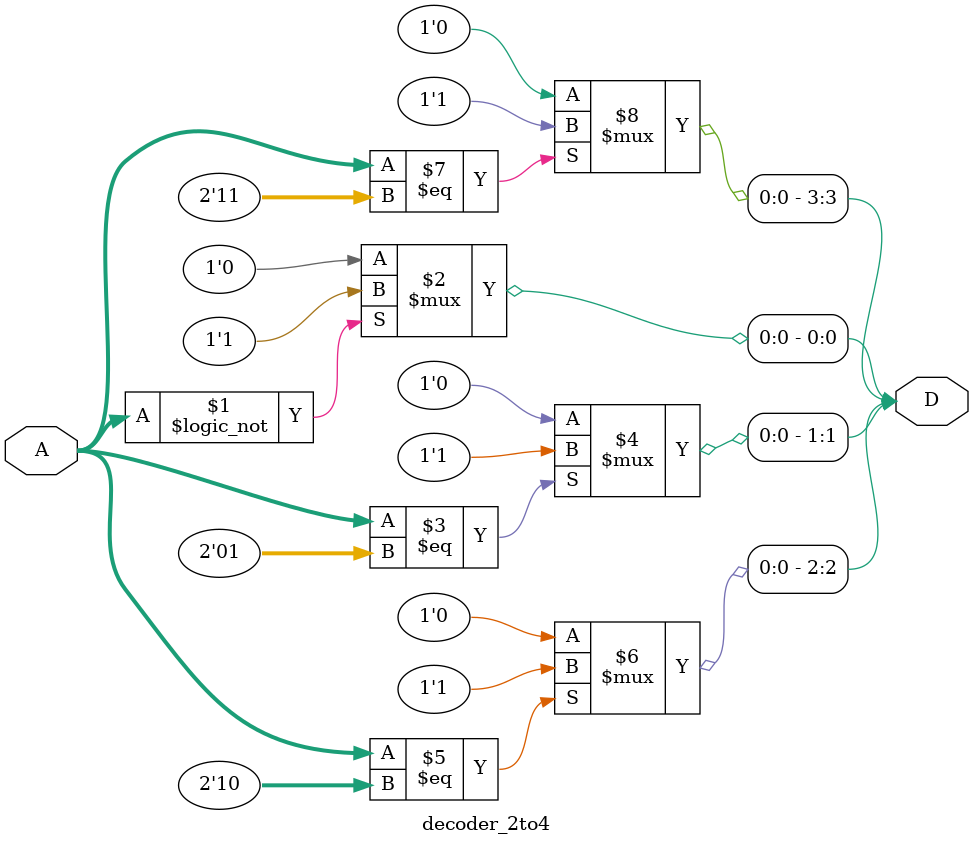
<source format=v>


module decoder_2to4(A,D);
    input [1:0] A;
    output [3:0] D;

    assign D[0] = (A == 2'b00) ? 1'b1 : 1'b0;
    assign D[1] = (A == 2'b01) ? 1'b1 : 1'b0;
    assign D[2] = (A == 2'b10) ? 1'b1 : 1'b0;
    assign D[3] = (A == 2'b11) ? 1'b1 : 1'b0;

endmodule
</source>
